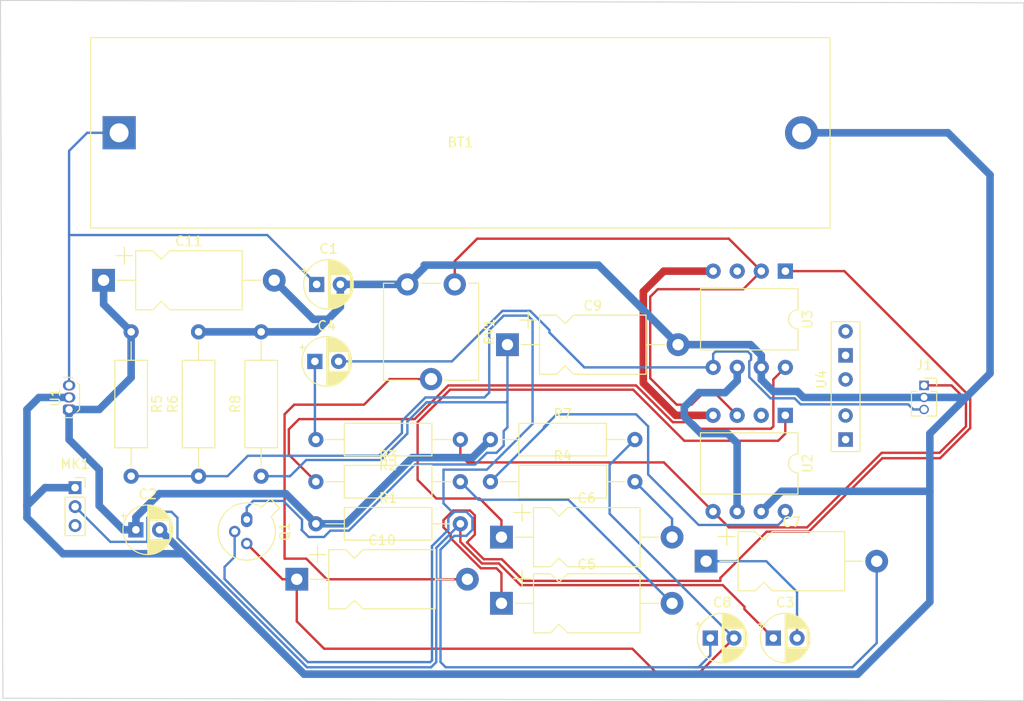
<source format=kicad_pcb>
(kicad_pcb (version 20211014) (generator pcbnew)

  (general
    (thickness 1.6)
  )

  (paper "A4")
  (layers
    (0 "F.Cu" signal)
    (31 "B.Cu" signal)
    (32 "B.Adhes" user "B.Adhesive")
    (33 "F.Adhes" user "F.Adhesive")
    (34 "B.Paste" user)
    (35 "F.Paste" user)
    (36 "B.SilkS" user "B.Silkscreen")
    (37 "F.SilkS" user "F.Silkscreen")
    (38 "B.Mask" user)
    (39 "F.Mask" user)
    (40 "Dwgs.User" user "User.Drawings")
    (41 "Cmts.User" user "User.Comments")
    (42 "Eco1.User" user "User.Eco1")
    (43 "Eco2.User" user "User.Eco2")
    (44 "Edge.Cuts" user)
    (45 "Margin" user)
    (46 "B.CrtYd" user "B.Courtyard")
    (47 "F.CrtYd" user "F.Courtyard")
    (48 "B.Fab" user)
    (49 "F.Fab" user)
    (50 "User.1" user)
    (51 "User.2" user)
    (52 "User.3" user)
    (53 "User.4" user)
    (54 "User.5" user)
    (55 "User.6" user)
    (56 "User.7" user)
    (57 "User.8" user)
    (58 "User.9" user)
  )

  (setup
    (stackup
      (layer "F.SilkS" (type "Top Silk Screen"))
      (layer "F.Paste" (type "Top Solder Paste"))
      (layer "F.Mask" (type "Top Solder Mask") (thickness 0.01))
      (layer "F.Cu" (type "copper") (thickness 0.035))
      (layer "dielectric 1" (type "core") (thickness 1.51) (material "FR4") (epsilon_r 4.5) (loss_tangent 0.02))
      (layer "B.Cu" (type "copper") (thickness 0.035))
      (layer "B.Mask" (type "Bottom Solder Mask") (thickness 0.01))
      (layer "B.Paste" (type "Bottom Solder Paste"))
      (layer "B.SilkS" (type "Bottom Silk Screen"))
      (copper_finish "None")
      (dielectric_constraints no)
    )
    (pad_to_mask_clearance 0)
    (pcbplotparams
      (layerselection 0x00010fc_ffffffff)
      (disableapertmacros false)
      (usegerberextensions false)
      (usegerberattributes true)
      (usegerberadvancedattributes true)
      (creategerberjobfile true)
      (svguseinch false)
      (svgprecision 6)
      (excludeedgelayer true)
      (plotframeref false)
      (viasonmask false)
      (mode 1)
      (useauxorigin false)
      (hpglpennumber 1)
      (hpglpenspeed 20)
      (hpglpendiameter 15.000000)
      (dxfpolygonmode true)
      (dxfimperialunits true)
      (dxfusepcbnewfont true)
      (psnegative false)
      (psa4output false)
      (plotreference true)
      (plotvalue true)
      (plotinvisibletext false)
      (sketchpadsonfab false)
      (subtractmaskfromsilk false)
      (outputformat 1)
      (mirror false)
      (drillshape 1)
      (scaleselection 1)
      (outputdirectory "")
    )
  )

  (net 0 "")
  (net 1 "Net-(BT1-Pad1)")
  (net 2 "GND")
  (net 3 "VDD")
  (net 4 "Net-(C3-Pad2)")
  (net 5 "Net-(C5-Pad2)")
  (net 6 "Net-(C6-Pad2)")
  (net 7 "Net-(C7-Pad2)")
  (net 8 "Net-(C10-Pad2)")
  (net 9 "Net-(RV1-Pad3)")
  (net 10 "-15V")
  (net 11 "+15V")
  (net 12 "Net-(C3-Pad1)")
  (net 13 "Net-(C4-Pad1)")
  (net 14 "Net-(C4-Pad2)")
  (net 15 "Net-(C5-Pad1)")
  (net 16 "Net-(C6-Pad1)")
  (net 17 "Net-(C10-Pad1)")
  (net 18 "Net-(C9-Pad1)")
  (net 19 "Net-(J1-Pad1)")
  (net 20 "Net-(R3-Pad1)")
  (net 21 "Net-(R4-Pad1)")
  (net 22 "unconnected-(U3-Pad3)")
  (net 23 "unconnected-(U2-Pad2)")

  (footprint "Capacitor_THT:CP_Axial_L11.0mm_D6.0mm_P18.00mm_Horizontal" (layer "F.Cu") (at 105.935 114.4425))

  (footprint "Capacitor_THT:CP_Axial_L11.0mm_D6.0mm_P18.00mm_Horizontal" (layer "F.Cu") (at 63.967276 80.337224))

  (footprint "Resistor_THT:R_Axial_DIN0309_L9.0mm_D3.2mm_P15.24mm_Horizontal" (layer "F.Cu") (at 86.36 106.045))

  (footprint "Resistor_THT:R_Axial_DIN0309_L9.0mm_D3.2mm_P15.24mm_Horizontal" (layer "F.Cu") (at 86.36 101.6))

  (footprint "Capacitor_THT:CP_Axial_L11.0mm_D6.0mm_P18.00mm_Horizontal" (layer "F.Cu") (at 106.57 87.1375))

  (footprint "Capacitor_THT:CP_Radial_D5.0mm_P2.50mm" (layer "F.Cu") (at 127.969216 118.11))

  (footprint "Capacitor_THT:CP_Radial_D5.0mm_P2.50mm" (layer "F.Cu") (at 86.255491 88.9))

  (footprint "Resistor_THT:R_Axial_DIN0309_L9.0mm_D3.2mm_P15.24mm_Horizontal" (layer "F.Cu") (at 80.587276 101.022724 90))

  (footprint "Package_DIP:DIP-8_W10.16mm" (layer "F.Cu") (at 135.88 94.595 -90))

  (footprint "Capacitor_THT:CP_Axial_L11.0mm_D6.0mm_P18.00mm_Horizontal" (layer "F.Cu") (at 105.935 107.4575))

  (footprint "Capacitor_THT:CP_Radial_D5.0mm_P2.50mm" (layer "F.Cu") (at 67.374888 106.68))

  (footprint "Battery:BatteryHolder_MPD_BH-18650-PC2" (layer "F.Cu") (at 65.6 64.77))

  (footprint "Package_TO_SOT_THT:TO-92Flat" (layer "F.Cu") (at 60.325 93.98 90))

  (footprint "Package_DIP:DIP-8_W10.16mm" (layer "F.Cu") (at 135.89 79.375 -90))

  (footprint "Resistor_THT:R_Axial_DIN0309_L9.0mm_D3.2mm_P15.24mm_Horizontal" (layer "F.Cu") (at 66.871276 85.782724 -90))

  (footprint "mes_empreintes:2_IN_3_OUT" (layer "F.Cu") (at 142.24 90.805 90))

  (footprint "Resistor_THT:R_Axial_DIN0309_L9.0mm_D3.2mm_P15.24mm_Horizontal" (layer "F.Cu") (at 104.775 97.155))

  (footprint "Capacitor_THT:CP_Axial_L11.0mm_D6.0mm_P18.00mm_Horizontal" (layer "F.Cu") (at 127.525 109.9975))

  (footprint "Connector_PinSocket_1.27mm:PinSocket_1x03_P1.27mm_Vertical" (layer "F.Cu") (at 150.52 91.435))

  (footprint "Capacitor_THT:CP_Axial_L11.0mm_D6.0mm_P18.00mm_Horizontal" (layer "F.Cu") (at 84.345 111.9025))

  (footprint "Capacitor_THT:CP_Radial_D5.0mm_P2.50mm" (layer "F.Cu") (at 86.440216 80.772))

  (footprint "Potentiometer_THT:Potentiometer_ACP_CA9-V10_Vertical_Hole" (layer "F.Cu") (at 96.012 80.772 -90))

  (footprint "Connector_PinSocket_2.00mm:PinSocket_1x03_P2.00mm_Vertical" (layer "F.Cu") (at 60.96 102.235))

  (footprint "Resistor_THT:R_Axial_DIN0309_L9.0mm_D3.2mm_P15.24mm_Horizontal" (layer "F.Cu") (at 104.775 101.6))

  (footprint "Resistor_THT:R_Axial_DIN0309_L9.0mm_D3.2mm_P15.24mm_Horizontal" (layer "F.Cu") (at 101.6 97.155 180))

  (footprint "Package_TO_SOT_THT:TO-52-3_Window" (layer "F.Cu") (at 79.063276 105.594724 -90))

  (footprint "Resistor_THT:R_Axial_DIN0309_L9.0mm_D3.2mm_P15.24mm_Horizontal" (layer "F.Cu") (at 73.983276 101.022724 90))

  (footprint "Capacitor_THT:CP_Radial_D5.0mm_P2.50mm" (layer "F.Cu") (at 134.62 118.11))

  (gr_line (start 161.036 51.054) (end 161.036 124.714) (layer "Edge.Cuts") (width 0.1) (tstamp 179ea749-b14e-4c4d-9fe8-5d4c4feb502b))
  (gr_line (start 53.848 50.8) (end 161.036 51.054) (layer "Edge.Cuts") (width 0.1) (tstamp 56ed0a90-e181-423b-9587-a131461291c6))
  (gr_line (start 53.086 50.8) (end 53.848 50.8) (layer "Edge.Cuts") (width 0.1) (tstamp 65cf97b0-3304-45cc-9b89-dd42ba7434f2))
  (gr_line (start 161.036 124.714) (end 53.34 124.46) (layer "Edge.Cuts") (width 0.1) (tstamp 82364f0e-7170-46ea-89d8-2e184b5e202f))
  (gr_line (start 53.34 124.46) (end 53.086 50.8) (layer "Edge.Cuts") (width 0.1) (tstamp d74d3b78-e745-4719-83ff-d0b1ebe853d3))

  (segment (start 81.233216 75.565) (end 86.440216 80.772) (width 0.25) (layer "B.Cu") (net 1) (tstamp 70353883-725e-4fda-8a82-b5dab22bdb57))
  (segment (start 60.325 75.565) (end 81.233216 75.565) (width 0.25) (layer "B.Cu") (net 1) (tstamp 8c2be7e9-daf1-41c1-afb8-01ca93fdf138))
  (segment (start 60.325 75.565) (end 60.325 91.44) (width 0.25) (layer "B.Cu") (net 1) (tstamp aea7d9e3-01dd-4da7-9791-109031d2d473))
  (segment (start 65.6 64.77) (end 62.23 64.77) (width 0.25) (layer "B.Cu") (net 1) (tstamp c13934d3-af6a-4a7e-8699-cc43e06d50e5))
  (segment (start 60.325 66.675) (end 60.325 75.565) (width 0.25) (layer "B.Cu") (net 1) (tstamp d7b38bca-1d33-4c0f-9291-a45aab66fb6e))
  (segment (start 62.23 64.77) (end 60.325 66.675) (width 0.25) (layer "B.Cu") (net 1) (tstamp fd3f6d89-e14c-49f4-b234-0d240ed3de2b))
  (segment (start 124.57 87.1375) (end 124.4755 87.1375) (width 0.8) (layer "F.Cu") (net 2) (tstamp 843321bc-8339-4c39-b618-822790535d88))
  (segment (start 124.4755 87.1375) (end 124.46 87.122) (width 0.8) (layer "F.Cu") (net 2) (tstamp db52a05f-84d5-4243-aa01-d50c8d04fb5f))
  (segment (start 57.15 92.71) (end 60.325 92.71) (width 0.8) (layer "B.Cu") (net 2) (tstamp 014f7c31-4c67-4f89-8a1f-60161b108037))
  (segment (start 154.945 92.705) (end 150.52 92.705) (width 0.8) (layer "B.Cu") (net 2) (tstamp 01ff4f84-2e3e-4dda-b994-0dfea2a34862))
  (segment (start 157.48 69.215) (end 157.48 90.17) (width 0.8) (layer "B.Cu") (net 2) (tstamp 06b4da08-dc30-4ce2-8e57-23a9550728be))
  (segment (start 55.88 104.14) (end 55.88 93.98) (width 0.8) (layer "B.Cu") (net 2) (tstamp 07c99b65-94a8-48e1-8abb-cd5f08a3de90))
  (segment (start 55.88 93.98) (end 57.15 92.71) (width 0.8) (layer "B.Cu") (net 2) (tstamp 0a8207b5-a831-4582-9fe0-a6e4f7595a86))
  (segment (start 137.16 92.075) (end 134.62 92.075) (width 0.8) (layer "B.Cu") (net 2) (tstamp 1734e62f-703d-43ce-8c32-327929451cfa))
  (segment (start 133.35 90.805) (end 133.35 89.535) (width 0.8) (layer "B.Cu") (net 2) (tstamp 1b36fad3-5267-4715-8ec4-10bae01bfac2))
  (segment (start 59.677556 109.207556) (end 55.88 105.41) (width 0.8) (layer "B.Cu") (net 2) (tstamp 1e0a50a6-4841-4b30-b6f5-ad70afb7bb8f))
  (segment (start 133.35 88.265) (end 132.2225 87.1375) (width 0.8) (layer "B.Cu") (net 2) (tstamp 1e2cfa08-2b65-4ade-a489-40d16a97b3ed))
  (segment (start 57.785 102.235) (end 60.96 102.235) (width 0.8) (layer "B.Cu") (net 2) (tstamp 1fea9053-35ba-44f0-8672-2a387e3590b3))
  (segment (start 153.035 64.77) (end 157.48 69.215) (width 0.8) (layer "B.Cu") (net 2) (tstamp 25ef1ca1-40d3-414b-a673-9ba2939541dc))
  (segment (start 149.812894 92.705) (end 149.807894 92.71) (width 0.8) (layer "B.Cu") (net 2) (tstamp 2e874cd2-3968-4454-8ceb-9adc706ca7cb))
  (segment (start 55.88 105.41) (end 55.88 104.14) (width 0.8) (layer "B.Cu") (net 2) (tstamp 44247fb2-6746-449f-993a-f1af4d71612d))
  (segment (start 150.52 92.705) (end 149.812894 92.705) (width 0.8) (layer "B.Cu") (net 2) (tstamp 45c8e621-bc95-4bc1-b392-5cb464f0be04))
  (segment (start 137.795 92.71) (end 137.16 92.075) (width 0.8) (layer "B.Cu") (net 2) (tstamp 4f997091-faac-4347-bd33-6c47928b01a3))
  (segment (start 151.13 96.52) (end 151.13 102.616) (width 0.8) (layer "B.Cu") (net 2) (tstamp 5434252e-9d88-4f78-9b22-31da55f18f53))
  (segment (start 124.57 87.1375) (end 116.1725 78.74) (width 0.8) (layer "B.Cu") (net 2) (tstamp 55259e68-b93e-4861-bbd4-5db10d8fc840))
  (segment (start 55.88 104.14) (end 57.785 102.235) (width 0.8) (layer "B.Cu") (net 2) (tstamp 592eca31-23bb-4dd2-a6fe-a3bdb160d818))
  (segment (start 97.79 78.74) (end 97.79 78.994) (width 0.8) (layer "B.Cu") (net 2) (tstamp 6663904d-7777-4d22-9e40-99f59cb9909d))
  (segment (start 154.945 92.705) (end 151.13 96.52) (width 0.8) (layer "B.Cu") (net 2) (tstamp 679cdd0e-597d-41e1-8062-2d6f383fae1a))
  (segment (start 149.807894 92.71) (end 137.795 92.71) (width 0.8) (layer "B.Cu") (net 2) (tstamp 688416c7-66aa-4064-8cca-a9aba971c925))
  (segment (start 133.35 89.535) (end 133.35 88.265) (width 0.8) (layer "B.Cu") (net 2) (tstamp 70784108-46a9-482d-b49b-d8eb0cdcc484))
  (segment (start 72.402444 109.207556) (end 69.874888 106.68) (width 0.8) (layer "B.Cu") (net 2) (tstamp 7962ef9c-62e5-4721-98b6-99dae3f07122))
  (segment (start 87.63 84.455) (end 86.085052 84.455) (width 0.8) (layer "B.Cu") (net 2) (tstamp 8293e7ef-1b1e-4fdb-bc92-03256f477dd2))
  (segment (start 132.2225 87.1375) (end 124.57 87.1375) (width 0.8) (layer "B.Cu") (net 2) (tstamp 8a04fb14-d6ec-40bd-8bf5-8e4db6874e24))
  (segment (start 137.6 64.77) (end 153.035 64.77) (width 0.8) (layer "B.Cu") (net 2) (tstamp 91d6962c-6127-4135-9c30-7d7f64df128f))
  (segment (start 143.51 121.92) (end 85.114888 121.92) (width 0.8) (layer "B.Cu") (net 2) (tstamp 9202c6cc-004f-42dc-adad-bec210922bed))
  (segment (start 151.13 102.616) (end 151.13 114.3) (width 0.8) (layer "B.Cu") (net 2) (tstamp a093abb8-2299-4b51-b6e3-640428c2d84f))
  (segment (start 97.79 78.994) (end 96.012 80.772) (width 0.8) (layer "B.Cu") (net 2) (tstamp a947adaa-9666-4a62-8a85-e4e703a1d5f6))
  (segment (start 86.302276 85.782724) (end 80.587276 85.782724) (width 0.8) (layer "B.Cu") (net 2) (tstamp c2ca86a1-37f6-475a-98bb-4bcab2af876f))
  (segment (start 72.402444 109.207556) (end 59.677556 109.207556) (width 0.8) (layer "B.Cu") (net 2) (tstamp c3985d8d-99ab-4529-b1be-bc81d4855d71))
  (segment (start 134.62 92.075) (end 133.35 90.805) (width 0.8) (layer "B.Cu") (net 2) (tstamp c895d0fc-72e3-48e2-953b-e64460d2b9e7))
  (segment (start 151.13 102.616) (end 135.479 102.616) (width 0.8) (layer "B.Cu") (net 2) (tstamp ccee1ed5-6ecc-4428-9cd4-9734a2afd5ce))
  (segment (start 96.012 80.772) (end 88.940216 80.772) (width 0.8) (layer "B.Cu") (net 2) (tstamp d9dc37d8-4fd0-4e0b-8936-d6c981be82e4))
  (segment (start 85.114888 121.92) (end 72.402444 109.207556) (width 0.8) (layer "B.Cu") (net 2) (tstamp e40d5ed6-908c-4f13-892e-de0447b1cf18))
  (segment (start 157.48 90.17) (end 154.945 92.705) (width 0.8) (layer "B.Cu") (net 2) (tstamp e681bd58-2183-48c8-8c65-565d0c3f3503))
  (segment (start 86.085052 84.455) (end 81.967276 80.337224) (width 0.8) (layer "B.Cu") (net 2) (tstamp e950df11-96cf-4b15-9b38-486fb82f1e3a))
  (segment (start 87.63 84.455) (end 86.302276 85.782724) (width 0.8) (layer "B.Cu") (net 2) (tstamp f1580147-23b3-458a-891a-20b0258d7206))
  (segment (start 88.940216 83.144784) (end 87.63 84.455) (width 0.8) (layer "B.Cu") (net 2) (tstamp f2ca047a-4399-4fa5-9e85-bc4e82f6084e))
  (segment (start 135.479 102.616) (end 133.34 104.755) (width 0.8) (layer "B.Cu") (net 2) (tstamp f420cabc-8a08-460d-8331-4d3e88263a45))
  (segment (start 151.13 114.3) (end 143.51 121.92) (width 0.8) (layer "B.Cu") (net 2) (tstamp f9e21fbe-4ad4-4674-91bc-ccdd987a5641))
  (segment (start 116.1725 78.74) (end 97.79 78.74) (width 0.8) (layer "B.Cu") (net 2) (tstamp fdb97e88-42fe-4ff1-8bd2-1c6c303cb967))
  (segment (start 88.940216 80.772) (end 88.940216 83.144784) (width 0.8) (layer "B.Cu") (net 2) (tstamp fef670bf-2d9c-4140-88f1-178d16d29e78))
  (segment (start 80.587276 85.782724) (end 73.983276 85.782724) (width 0.8) (layer "B.Cu") (net 2) (tstamp ffd13b5e-d315-46d5-95bf-bd1b3771068d))
  (segment (start 96.52 99.06) (end 102.87 99.06) (width 0.8) (layer "B.Cu") (net 3) (tstamp 1f1c78a1-5550-4d6a-88ad-7f11a4d2c85b))
  (segment (start 66.04 106.68) (end 67.374888 106.68) (width 0.8) (layer "B.Cu") (net 3) (tstamp 255acc80-f9c8-46a0-935a-7003eb469f87))
  (segment (start 60.325 97.155) (end 63.5 100.33) (width 0.8) (layer "B.Cu") (net 3) (tstamp 29275652-d9c5-4d66-9369-0a6417919919))
  (segment (start 69.85 102.87) (end 83.185 102.87) (width 0.8) (layer "B.Cu") (net 3) (tstamp 2ce8431d-eeb7-41d2-8aec-89915c363fc7))
  (segment (start 102.87 99.06) (end 104.775 97.155) (width 0.8) (layer "B.Cu") (net 3) (tstamp 2f98d9e7-3c19-49bd-8196-580fdb1ffb9c))
  (segment (start 86.36 106.045) (end 89.535 106.045) (width 0.8) (layer "B.Cu") (net 3) (tstamp 3c36bdb3-8fa5-425f-bafe-1780e5ae565b))
  (segment (start 67.374888 106.68) (end 67.374888 105.345112) (width 0.8) (layer "B.Cu") (net 3) (tstamp 49aaa306-bebc-45c0-b4f9-ac1ed1d18625))
  (segment (start 63.5 104.14) (end 66.04 106.68) (width 0.8) (layer "B.Cu") (net 3) (tstamp 4bd4c371-6150-4cda-b884-fb209493b100))
  (segment (start 63.5 100.33) (end 63.5 104.14) (width 0.8) (layer "B.Cu") (net 3) (tstamp 4d77c8d9-53b4-45dc-9720-3cffa57cac13))
  (segment (start 60.325 93.98) (end 60.325 97.155) (width 0.8) (layer "B.Cu") (net 3) (tstamp 61744803-29dc-4add-8f9e-c091dce71f07))
  (segment (start 66.871276 85.782724) (end 66.871276 90.608724) (width 0.8) (layer "B.Cu") (net 3) (tstamp 62c3393a-a2e8-44e8-b071-2ebe44cd0854))
  (segment (start 89.535 106.045) (end 96.52 99.06) (width 0.8) (layer "B.Cu") (net 3) (tstamp 8663d3ac-d57d-4cb5-9968-0f7e88f77dbf))
  (segment (start 67.374888 105.345112) (end 69.85 102.87) (width 0.8) (layer "B.Cu") (net 3) (tstamp 93eec61d-d839-4818-abf3-b2de5f22d7c8))
  (segment (start 66.871276 90.608724) (end 63.5 93.98) (width 0.8) (layer "B.Cu") (net 3) (tstamp 9e4db79b-b2dc-4294-a144-f2645339e323))
  (segment (start 63.967276 80.337224) (end 63.967276 82.878724) (width 0.8) (layer "B.Cu") (net 3) (tstamp a139a5c1-f77a-4532-9024-ffb8eae8b7af))
  (segment (start 83.185 102.87) (end 86.36 106.045) (width 0.8) (layer "B.Cu") (net 3) (tstamp cdddd162-59eb-4919-be0e-ba5e3af3e58a))
  (segment (start 63.5 93.98) (end 60.325 93.98) (width 0.8) (layer "B.Cu") (net 3) (tstamp d2c0c6b4-aa0d-4165-ab67-485ba9510467))
  (segment (start 63.967276 82.878724) (end 66.871276 85.782724) (width 0.8) (layer "B.Cu") (net 3) (tstamp fe174d4a-00e7-4adb-9b5b-5c8688353f93))
  (segment (start 137.12 118.11) (end 137.12 113.244) (width 0.25) (layer "B.Cu") (net 4) (
... [35068 chars truncated]
</source>
